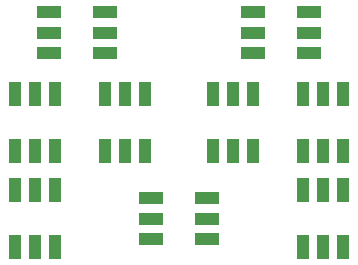
<source format=gbr>
%TF.GenerationSoftware,KiCad,Pcbnew,(6.0.7)*%
%TF.CreationDate,2022-08-10T19:12:11+02:00*%
%TF.ProjectId,MAKE_PCB,4d414b45-5f50-4434-922e-6b696361645f,rev?*%
%TF.SameCoordinates,Original*%
%TF.FileFunction,Paste,Top*%
%TF.FilePolarity,Positive*%
%FSLAX46Y46*%
G04 Gerber Fmt 4.6, Leading zero omitted, Abs format (unit mm)*
G04 Created by KiCad (PCBNEW (6.0.7)) date 2022-08-10 19:12:11*
%MOMM*%
%LPD*%
G01*
G04 APERTURE LIST*
%ADD10R,1.100000X2.000000*%
%ADD11R,2.000000X1.100000*%
G04 APERTURE END LIST*
D10*
%TO.C,D9*%
X73328000Y-121044000D03*
X71628000Y-121044000D03*
X69928000Y-121044000D03*
X69928000Y-125844000D03*
X71628000Y-125844000D03*
X73328000Y-125844000D03*
%TD*%
%TO.C,D8*%
X73328000Y-112916000D03*
X71628000Y-112916000D03*
X69928000Y-112916000D03*
X69928000Y-117716000D03*
X71628000Y-117716000D03*
X73328000Y-117716000D03*
%TD*%
D11*
%TO.C,D7*%
X70472000Y-105996000D03*
X70472000Y-107696000D03*
X70472000Y-109396000D03*
X65672000Y-109396000D03*
X65672000Y-107696000D03*
X65672000Y-105996000D03*
%TD*%
D10*
%TO.C,D6*%
X62308000Y-117716000D03*
X64008000Y-117716000D03*
X65708000Y-117716000D03*
X65708000Y-112916000D03*
X64008000Y-112916000D03*
X62308000Y-112916000D03*
%TD*%
%TO.C,D2*%
X45544000Y-112916000D03*
X47244000Y-112916000D03*
X48944000Y-112916000D03*
X48944000Y-117716000D03*
X47244000Y-117716000D03*
X45544000Y-117716000D03*
%TD*%
D11*
%TO.C,D3*%
X53200000Y-105996000D03*
X53200000Y-107696000D03*
X53200000Y-109396000D03*
X48400000Y-109396000D03*
X48400000Y-107696000D03*
X48400000Y-105996000D03*
%TD*%
D10*
%TO.C,D1*%
X45544000Y-121044000D03*
X47244000Y-121044000D03*
X48944000Y-121044000D03*
X48944000Y-125844000D03*
X47244000Y-125844000D03*
X45544000Y-125844000D03*
%TD*%
D11*
%TO.C,D5*%
X57036000Y-121744000D03*
X57036000Y-123444000D03*
X57036000Y-125144000D03*
X61836000Y-125144000D03*
X61836000Y-123444000D03*
X61836000Y-121744000D03*
%TD*%
D10*
%TO.C,D4*%
X56564000Y-112916000D03*
X54864000Y-112916000D03*
X53164000Y-112916000D03*
X53164000Y-117716000D03*
X54864000Y-117716000D03*
X56564000Y-117716000D03*
%TD*%
M02*

</source>
